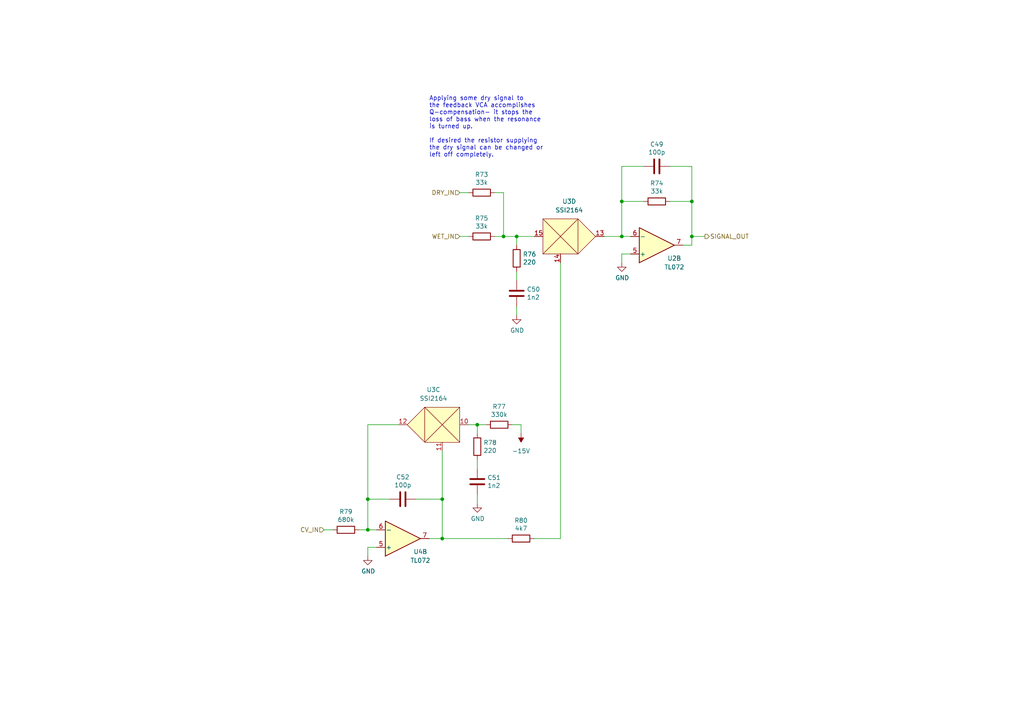
<source format=kicad_sch>
(kicad_sch (version 20211123) (generator eeschema)
  (paper "A4")
  (title_block (title "M.S.M. Stereo Lowpass Filter Pedal") (date "2022-06-16") (rev "0") (comment 2 "creativecommons.org/licenses/by/4.0") (comment 3 "License: CC by 4.0") (comment 4 "Author: Jordan Aceto"))
  (lib_symbols
    (symbol "Amplifier_Operational:TL072" (pin_names (offset 0.127))
      (property "Reference" "U" (at 0 5.08 0))
      (property "Value" "TL072" (at 0 -5.08 0))
      (symbol "TL072_1_1"
        (polyline (pts (xy -5.08 5.08) (xy 5.08 0) (xy -5.08 -5.08) (xy -5.08 5.08)) (stroke (width 0.254)) (fill (type background)))
        (pin output line (at 7.62 0 180) (length 2.54) (name "~") (number "1"))
        (pin input line (at -7.62 -2.54 0) (length 2.54) (name "-") (number "2"))
        (pin input line (at -7.62 2.54 0) (length 2.54) (name "+") (number "3"))
      )
      (symbol "TL072_2_1"
        (polyline (pts (xy -5.08 5.08) (xy 5.08 0) (xy -5.08 -5.08) (xy -5.08 5.08)) (stroke (width 0.254)) (fill (type background)))
        (pin input line (at -7.62 2.54 0) (length 2.54) (name "+") (number "5"))
        (pin input line (at -7.62 -2.54 0) (length 2.54) (name "-") (number "6"))
        (pin output line (at 7.62 0 180) (length 2.54) (name "~") (number "7"))
      )
      (symbol "TL072_3_1"
        (pin power_in line (at -2.54 -7.62 90) (length 3.81) (name "V-") (number "4"))
        (pin power_in line (at -2.54 7.62 270) (length 3.81) (name "V+") (number "8"))
      )
    )
    (symbol "Device:C" (pin_numbers hide) (pin_names (offset 0.254))
      (property "Reference" "C" (at 0.635 2.54 0))
      (property "Value" "C" (at 0.635 -2.54 0))
      (symbol "C_0_1"
        (polyline (pts (xy -2.032 -0.762) (xy 2.032 -0.762)) (stroke (width 0.508)))
        (polyline (pts (xy -2.032 0.762) (xy 2.032 0.762)) (stroke (width 0.508)))
      )
      (symbol "C_1_1"
        (pin passive line (at 0 3.81 270) (length 2.794) (name "~") (number "1"))
        (pin passive line (at 0 -3.81 90) (length 2.794) (name "~") (number "2"))
      )
    )
    (symbol "Device:R" (pin_numbers hide) (pin_names (offset 0))
      (property "Reference" "R" (at 2.032 0 90))
      (property "Value" "R" (at 0 0 90))
      (symbol "R_0_1"
        (rectangle (start -1.016 -2.54) (end 1.016 2.54) (stroke (width 0.254)))
      )
      (symbol "R_1_1"
        (pin passive line (at 0 3.81 270) (length 1.27) (name "~") (number "1"))
        (pin passive line (at 0 -3.81 90) (length 1.27) (name "~") (number "2"))
      )
    )
    (symbol "custom_symbols:SSI2164" (pin_names (offset 1.016))
      (property "Reference" "U?" (at 2.54 10.16 0))
      (property "Value" "SSI2164" (at 2.54 7.62 0))
      (symbol "SSI2164_1_1"
        (rectangle (start -5.08 5.08) (end 5.08 -5.08) (fill (type background)))
        (polyline (pts (xy 5.08 5.08) (xy -5.08 -5.08)))
        (polyline (pts (xy 5.08 5.08) (xy 10.16 0) (xy 5.08 -5.08) (xy -5.08 5.08)) (fill (type background)))
        (pin input line (at -7.62 0 0) (length 2.54) (name "~") (number "2"))
        (pin input line (at 0 -7.62 90) (length 2.54) (name "~") (number "3"))
        (pin output line (at 12.7 0 180) (length 2.54) (name "~") (number "4"))
      )
      (symbol "SSI2164_2_1"
        (rectangle (start -5.08 5.08) (end 5.08 -5.08) (fill (type background)))
        (polyline (pts (xy 5.08 5.08) (xy -5.08 -5.08)))
        (polyline (pts (xy 5.08 5.08) (xy 10.16 0) (xy 5.08 -5.08) (xy -5.08 5.08)) (fill (type background)))
        (pin output line (at 12.7 0 180) (length 2.54) (name "~") (number "5"))
        (pin input line (at 0 -7.62 90) (length 2.54) (name "~") (number "6"))
        (pin input line (at -7.62 0 0) (length 2.54) (name "~") (number "7"))
      )
      (symbol "SSI2164_3_1"
        (rectangle (start -5.08 5.08) (end 5.08 -5.08) (fill (type background)))
        (polyline (pts (xy 5.08 5.08) (xy -5.08 -5.08)))
        (polyline (pts (xy 5.08 5.08) (xy 10.16 0) (xy 5.08 -5.08) (xy -5.08 5.08)) (fill (type background)))
        (pin input line (at -7.62 0 0) (length 2.54) (name "~") (number "10"))
        (pin input line (at 0 -7.62 90) (length 2.54) (name "~") (number "11"))
        (pin output line (at 12.7 0 180) (length 2.54) (name "~") (number "12"))
      )
      (symbol "SSI2164_4_1"
        (rectangle (start -5.08 5.08) (end 5.08 -5.08) (fill (type background)))
        (polyline (pts (xy 5.08 5.08) (xy -5.08 -5.08)))
        (polyline (pts (xy 5.08 5.08) (xy 10.16 0) (xy 5.08 -5.08) (xy -5.08 5.08)) (fill (type background)))
        (pin output line (at 12.7 0 180) (length 2.54) (name "~") (number "13"))
        (pin input line (at 0 -7.62 90) (length 2.54) (name "~") (number "14"))
        (pin input line (at -7.62 0 0) (length 2.54) (name "~") (number "15"))
      )
      (symbol "SSI2164_5_1"
        (rectangle (start 2.54 6.35) (end -5.08 -11.43) (fill (type background)))
        (pin input line (at 5.08 -10.16 180) (length 2.54) (name "mode") (number "1"))
        (pin power_in line (at 5.08 5.08 180) (length 2.54) (name "V+") (number "16"))
        (pin power_in line (at 5.08 0 180) (length 2.54) (name "gnd") (number "8"))
        (pin power_in line (at 5.08 -5.08 180) (length 2.54) (name "V-") (number "9"))
      )
    )
    (symbol "power:-15V" (power) (pin_names (offset 0))
      (property "Value" "-15V" (at 0 3.81 0))
      (symbol "-15V_0_0"
        (pin power_in line (at 0 0 90) (length 0) hide (name "-15V") (number "1"))
      )
      (symbol "-15V_0_1"
        (polyline (pts (xy 0 0) (xy 0 1.27) (xy 0.762 1.27) (xy 0 2.54) (xy -0.762 1.27) (xy 0 1.27)) (fill (type outline)))
      )
    )
    (symbol "power:GND" (power) (pin_names (offset 0))
      (property "Value" "GND" (at 0 -3.81 0))
      (symbol "GND_0_1"
        (polyline (pts (xy 0 0) (xy 0 -1.27) (xy 1.27 -1.27) (xy 0 -2.54) (xy -1.27 -1.27) (xy 0 -1.27)))
      )
      (symbol "GND_1_1"
        (pin power_in line (at 0 0 270) (length 0) hide (name "GND") (number "1"))
      )
    )
  )
  (junction (at 180.34 68.58))
  (junction (at 200.66 68.58))
  (junction (at 106.68 153.67))
  (junction (at 128.27 144.78))
  (junction (at 106.68 144.78))
  (junction (at 138.43 123.19))
  (junction (at 149.86 68.58))
  (junction (at 128.27 156.21))
  (junction (at 146.05 68.58))
  (junction (at 180.34 58.42))
  (junction (at 200.66 58.42))
  (wire (pts (xy 128.27 144.78) (xy 128.27 156.21)))
  (wire (pts (xy 115.57 123.19) (xy 106.68 123.19)))
  (wire (pts (xy 140.97 123.19) (xy 138.43 123.19)))
  (wire (pts (xy 149.86 91.44) (xy 149.86 88.9)))
  (wire (pts (xy 149.86 68.58) (xy 154.94 68.58)))
  (wire (pts (xy 106.68 144.78) (xy 113.03 144.78)))
  (wire (pts (xy 106.68 153.67) (xy 106.68 144.78)))
  (wire (pts (xy 106.68 158.75) (xy 106.68 161.29)))
  (wire (pts (xy 146.05 55.88) (xy 143.51 55.88)))
  (wire (pts (xy 200.66 71.12) (xy 200.66 68.58)))
  (wire (pts (xy 154.94 156.21) (xy 162.56 156.21)))
  (wire (pts (xy 120.65 144.78) (xy 128.27 144.78)))
  (wire (pts (xy 146.05 68.58) (xy 146.05 55.88)))
  (wire (pts (xy 200.66 58.42) (xy 194.31 58.42)))
  (wire (pts (xy 149.86 81.28) (xy 149.86 78.74)))
  (wire (pts (xy 200.66 48.26) (xy 200.66 58.42)))
  (wire (pts (xy 149.86 71.12) (xy 149.86 68.58)))
  (wire (pts (xy 175.26 68.58) (xy 180.34 68.58)))
  (wire (pts (xy 147.32 156.21) (xy 128.27 156.21)))
  (wire (pts (xy 182.88 68.58) (xy 180.34 68.58)))
  (wire (pts (xy 138.43 123.19) (xy 135.89 123.19)))
  (wire (pts (xy 109.22 158.75) (xy 106.68 158.75)))
  (wire (pts (xy 138.43 125.73) (xy 138.43 123.19)))
  (wire (pts (xy 104.14 153.67) (xy 106.68 153.67)))
  (wire (pts (xy 146.05 68.58) (xy 149.86 68.58)))
  (wire (pts (xy 128.27 144.78) (xy 128.27 130.81)))
  (wire (pts (xy 138.43 135.89) (xy 138.43 133.35)))
  (wire (pts (xy 180.34 58.42) (xy 186.69 58.42)))
  (wire (pts (xy 204.47 68.58) (xy 200.66 68.58)))
  (wire (pts (xy 128.27 156.21) (xy 124.46 156.21)))
  (wire (pts (xy 151.13 123.19) (xy 148.59 123.19)))
  (wire (pts (xy 109.22 153.67) (xy 106.68 153.67)))
  (wire (pts (xy 151.13 125.73) (xy 151.13 123.19)))
  (wire (pts (xy 106.68 123.19) (xy 106.68 144.78)))
  (wire (pts (xy 198.12 71.12) (xy 200.66 71.12)))
  (wire (pts (xy 162.56 76.2) (xy 162.56 156.21)))
  (wire (pts (xy 133.35 68.58) (xy 135.89 68.58)))
  (wire (pts (xy 200.66 68.58) (xy 200.66 58.42)))
  (wire (pts (xy 138.43 146.05) (xy 138.43 143.51)))
  (wire (pts (xy 143.51 68.58) (xy 146.05 68.58)))
  (wire (pts (xy 186.69 48.26) (xy 180.34 48.26)))
  (wire (pts (xy 180.34 76.2) (xy 180.34 73.66)))
  (wire (pts (xy 180.34 48.26) (xy 180.34 58.42)))
  (wire (pts (xy 93.98 153.67) (xy 96.52 153.67)))
  (wire (pts (xy 180.34 73.66) (xy 182.88 73.66)))
  (wire (pts (xy 133.35 55.88) (xy 135.89 55.88)))
  (wire (pts (xy 194.31 48.26) (xy 200.66 48.26)))
  (wire (pts (xy 180.34 58.42) (xy 180.34 68.58)))
  (text "Applying some dry signal to\nthe feedback VCA accomplishes\nQ-compensation- it stops the \nloss of bass when the resonance\nis turned up.\n\nIf desired the resistor supplying\nthe dry signal can be changed or\nleft off completely." (at 124.46 45.72 0) (effects (font (size 1.27 1.27)) (justify left bottom)))
  (hierarchical_label "WET_IN" (shape input) (at 133.35 68.58 180))
  (hierarchical_label "SIGNAL_OUT" (shape output) (at 204.47 68.58 0))
  (hierarchical_label "CV_IN" (shape input) (at 93.98 153.67 180))
  (hierarchical_label "DRY_IN" (shape input) (at 133.35 55.88 180))
  (symbol (lib_id "Device:R") (at 100.33 153.67 270) (unit 1)
    (property "Reference" "R79" (at 100.33 148.4122 90))
    (property "Value" "680k" (at 100.33 150.7236 90))
    (property "Footprint" "Resistor_SMD:R_0805_2012Metric" (effects hide))
  )
  (symbol (lib_id "Device:R") (at 190.5 58.42 270) (unit 1)
    (property "Reference" "R74" (at 190.5 53.1622 90))
    (property "Value" "33k" (at 190.5 55.4736 90))
    (property "Footprint" "Resistor_SMD:R_0805_2012Metric" (effects hide))
  )
  (symbol (lib_id "custom_symbols:SSI2164") (at 162.56 68.58 0) (unit 4)
    (property "Reference" "U3" (at 165.1 58.42 0))
    (property "Value" "SSI2164" (at 165.1 60.96 0))
    (property "Footprint" "Package_SO:SO-16_3.9x9.9mm_P1.27mm" (effects hide))
  )
  (symbol (lib_id "Amplifier_Operational:TL072") (at 190.5 71.12 0) (mirror x) (unit 2)
    (property "Reference" "U2" (at 195.58 74.93 0))
    (property "Value" "TL072" (at 195.58 77.47 0))
    (property "Footprint" "Package_SO:SOIC-8_3.9x4.9mm_P1.27mm" (effects hide))
    (property "Datasheet" "http://www.ti.com/lit/ds/symlink/tl071.pdf" (effects hide))
  )
  (symbol (lib_id "Device:C") (at 138.43 139.7 0) (unit 1)
    (property "Reference" "C51" (at 141.351 138.5316 0) (effects (justify left)))
    (property "Value" "1n2" (at 141.351 140.843 0) (effects (justify left)))
    (property "Footprint" "Capacitor_SMD:C_0805_2012Metric" (effects hide))
  )
  (symbol (lib_id "Device:R") (at 151.13 156.21 270) (unit 1)
    (property "Reference" "R80" (at 151.13 150.9522 90))
    (property "Value" "4k7" (at 151.13 153.2636 90))
    (property "Footprint" "Resistor_SMD:R_0805_2012Metric" (effects hide))
  )
  (symbol (lib_id "custom_symbols:SSI2164") (at 128.27 123.19 0) (mirror y) (unit 3)
    (property "Reference" "U3" (at 125.73 113.03 0))
    (property "Value" "SSI2164" (at 125.73 115.57 0))
    (property "Footprint" "Package_SO:SO-16_3.9x9.9mm_P1.27mm" (effects hide))
  )
  (symbol (lib_id "power:GND") (at 106.68 161.29 0) (unit 1)
    (property "Reference" "#PWR0145" (effects hide))
    (property "Value" "GND" (at 106.807 165.6842 0))
  )
  (symbol (lib_id "power:-15V") (at 151.13 125.73 180) (unit 1)
    (property "Reference" "#PWR026" (effects hide))
    (property "Value" "-15V" (at 151.13 130.81 0))
  )
  (symbol (lib_id "Device:R") (at 139.7 68.58 270) (unit 1)
    (property "Reference" "R75" (at 139.7 63.3222 90))
    (property "Value" "33k" (at 139.7 65.6336 90))
    (property "Footprint" "Resistor_SMD:R_0805_2012Metric" (effects hide))
  )
  (symbol (lib_id "Device:R") (at 138.43 129.54 0) (unit 1)
    (property "Reference" "R78" (at 140.208 128.3716 0) (effects (justify left)))
    (property "Value" "220" (at 140.208 130.683 0) (effects (justify left)))
    (property "Footprint" "Resistor_SMD:R_0805_2012Metric" (effects hide))
  )
  (symbol (lib_id "power:GND") (at 149.86 91.44 0) (unit 1)
    (property "Reference" "#PWR0144" (effects hide))
    (property "Value" "GND" (at 149.987 95.8342 0))
  )
  (symbol (lib_id "Device:C") (at 190.5 48.26 270) (unit 1)
    (property "Reference" "C49" (at 190.5 41.8592 90))
    (property "Value" "100p" (at 190.5 44.1706 90))
    (property "Footprint" "Capacitor_SMD:C_0805_2012Metric" (effects hide))
  )
  (symbol (lib_id "Device:R") (at 139.7 55.88 270) (unit 1)
    (property "Reference" "R73" (at 139.7 50.6222 90))
    (property "Value" "33k" (at 139.7 52.9336 90))
    (property "Footprint" "Resistor_SMD:R_0805_2012Metric" (effects hide))
  )
  (symbol (lib_id "power:GND") (at 180.34 76.2 0) (unit 1)
    (property "Reference" "#PWR0141" (effects hide))
    (property "Value" "GND" (at 180.467 80.5942 0))
  )
  (symbol (lib_id "Device:C") (at 116.84 144.78 270) (unit 1)
    (property "Reference" "C52" (at 116.84 138.3792 90))
    (property "Value" "100p" (at 116.84 140.6906 90))
    (property "Footprint" "Capacitor_SMD:C_0805_2012Metric" (effects hide))
  )
  (symbol (lib_id "power:GND") (at 138.43 146.05 0) (unit 1)
    (property "Reference" "#PWR0142" (effects hide))
    (property "Value" "GND" (at 138.557 150.4442 0))
  )
  (symbol (lib_id "Device:R") (at 149.86 74.93 0) (unit 1)
    (property "Reference" "R76" (at 151.638 73.7616 0) (effects (justify left)))
    (property "Value" "220" (at 151.638 76.073 0) (effects (justify left)))
    (property "Footprint" "Resistor_SMD:R_0805_2012Metric" (effects hide))
  )
  (symbol (lib_id "Amplifier_Operational:TL072") (at 116.84 156.21 0) (mirror x) (unit 2)
    (property "Reference" "U4" (at 121.92 160.02 0))
    (property "Value" "TL072" (at 121.92 162.56 0))
    (property "Footprint" "Package_SO:SOIC-8_3.9x4.9mm_P1.27mm" (effects hide))
    (property "Datasheet" "http://www.ti.com/lit/ds/symlink/tl071.pdf" (effects hide))
  )
  (symbol (lib_id "Device:C") (at 149.86 85.09 0) (unit 1)
    (property "Reference" "C50" (at 152.781 83.9216 0) (effects (justify left)))
    (property "Value" "1n2" (at 152.781 86.233 0) (effects (justify left)))
    (property "Footprint" "Capacitor_SMD:C_0805_2012Metric" (effects hide))
  )
  (symbol (lib_id "Device:R") (at 144.78 123.19 90) (mirror x) (unit 1)
    (property "Reference" "R77" (at 144.78 117.9322 90))
    (property "Value" "330k" (at 144.78 120.2436 90))
    (property "Footprint" "Resistor_SMD:R_0805_2012Metric" (effects hide))
  )
)
</source>
